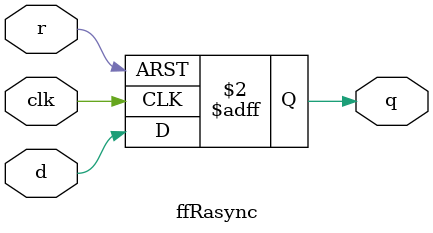
<source format=v>

module ffRasync(d,q,clk,r);
    input wire d,clk,r;
    output reg q;

    always @(posedge clk, posedge r) begin
        if (r) q<=1'b0;
        else q<=d;
    end 
endmodule
</source>
